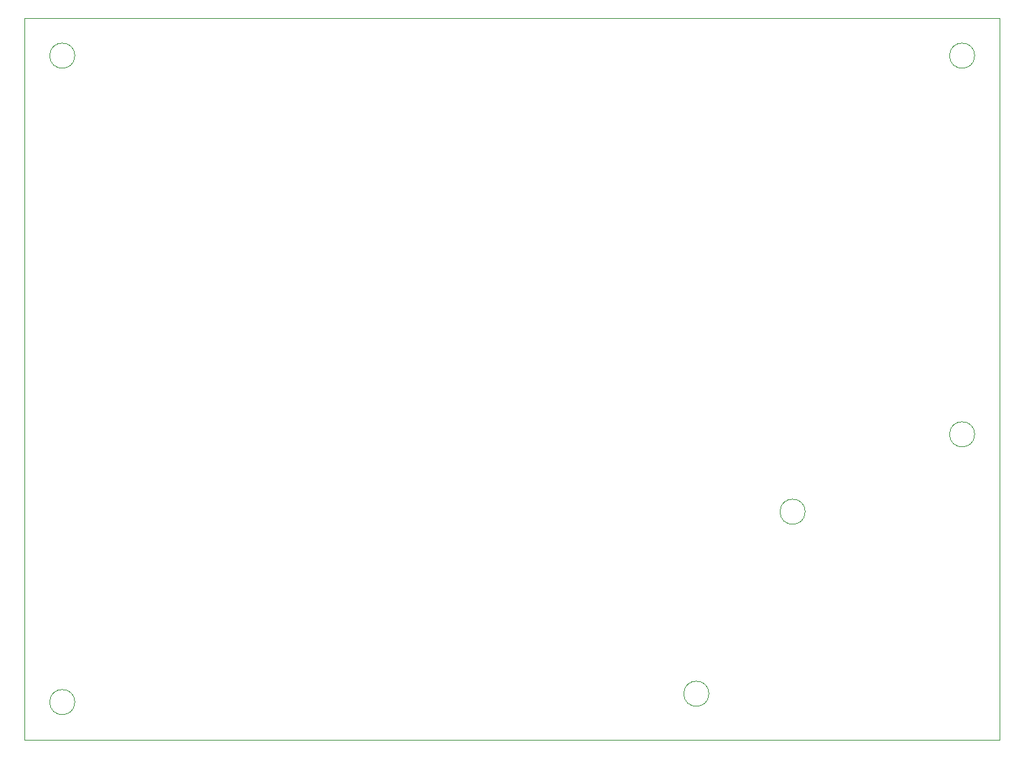
<source format=gbr>
G04 #@! TF.GenerationSoftware,KiCad,Pcbnew,5.99.0-unknown*
G04 #@! TF.CreationDate,2020-01-25T03:15:45+11:00*
G04 #@! TF.ProjectId,backup12,6261636b-7570-4313-922e-6b696361645f,1.0*
G04 #@! TF.SameCoordinates,Original*
G04 #@! TF.FileFunction,Profile,NP*
%FSLAX46Y46*%
G04 Gerber Fmt 4.6, Leading zero omitted, Abs format (unit mm)*
G04 Created by KiCad (PCBNEW 5.99.0-unknown) date 2020-01-25 03:15:45*
%MOMM*%
%LPD*%
G04 APERTURE LIST*
%ADD10C,0.050000*%
G04 APERTURE END LIST*
D10*
X157253000Y-103632000D02*
X157253000Y-67310000D01*
X38889000Y-16002000D02*
X40159000Y-16002000D01*
X38889000Y-24892000D02*
X38889000Y-16002000D01*
X38889000Y-36830000D02*
X38889000Y-24892000D01*
X38889000Y-48260000D02*
X38889000Y-36830000D01*
X38889000Y-61976000D02*
X38889000Y-48260000D01*
X38889000Y-74930000D02*
X38889000Y-61976000D01*
X38889000Y-87884000D02*
X38889000Y-74930000D01*
X38889000Y-99060000D02*
X38889000Y-87884000D01*
X38889000Y-103632000D02*
X40159000Y-103632000D01*
X38889000Y-99060000D02*
X38889000Y-103632000D01*
X40159000Y-103632000D02*
X41937000Y-103632000D01*
X41937000Y-16002000D02*
X40159000Y-16002000D01*
X44985000Y-20574000D02*
G75*
G03X44985000Y-20574000I-1524000J0D01*
G01*
X41937000Y-16002000D02*
X46255000Y-16002000D01*
X41937000Y-103632000D02*
X46255000Y-103632000D01*
X44985000Y-99060000D02*
G75*
G03X44985000Y-99060000I-1524000J0D01*
G01*
X121947000Y-98044000D02*
G75*
G03X121947000Y-98044000I-1524000J0D01*
G01*
X133631000Y-75946000D02*
G75*
G03X133631000Y-75946000I-1524000J0D01*
G01*
X154205000Y-66548000D02*
G75*
G03X154205000Y-66548000I-1524000J0D01*
G01*
X154205000Y-20574000D02*
G75*
G03X154205000Y-20574000I-1524000J0D01*
G01*
X157253000Y-16002000D02*
X145823000Y-16002000D01*
X157253000Y-30988000D02*
X157253000Y-16002000D01*
X157253000Y-67310000D02*
X157253000Y-30988000D01*
X117883000Y-16002000D02*
X145823000Y-16002000D01*
X68353000Y-16002000D02*
X117883000Y-16002000D01*
X46255000Y-16002000D02*
X68353000Y-16002000D01*
X47779000Y-103632000D02*
X48033000Y-103632000D01*
X47779000Y-103632000D02*
X46255000Y-103632000D01*
X157253000Y-103632000D02*
X48033000Y-103632000D01*
M02*

</source>
